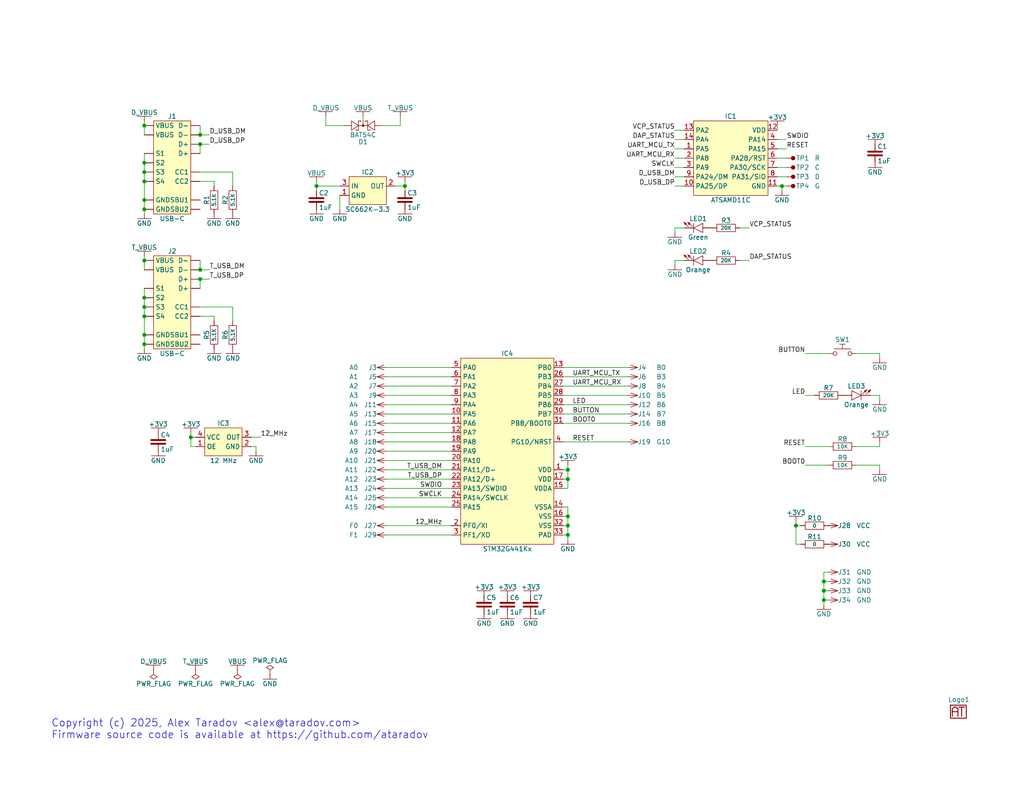
<source format=kicad_sch>
(kicad_sch (version 20250114) (generator "eeschema") (generator_version "9.0")
  (paper "USLetter")
  (title_block (date "2025-10-13") (rev "1"))
  (lib_symbols
    (symbol "ataradov_conn:Conn-Single" (pin_numbers (hide yes)) (pin_names (hide yes))
      (property "Reference" "J?" (at 2.54 0 0))
      (property "Value" "Conn-Single" (at 7.62 0 0))
      (symbol "Conn-Single_0_1"
        (polyline (pts (xy 2.54 0) (xy 0.635 0.635)))
        (polyline (pts (xy 2.54 0) (xy 0.635 -0.635)))
      )
      (symbol "Conn-Single_1_1"
        (pin passive line (at 0 0 0) (length 2.54) (name "1") (number "1"))
      )
    )
    (symbol "ataradov_conn:USB-C" (pin_numbers (hide yes))
      (property "Reference" "J?" (at 0 12.7 0))
      (property "Value" "USB-C" (at 0 -15.24 0))
      (symbol "USB-C_0_1"
        (rectangle (start -5.08 11.43) (end 5.08 -13.97) (fill (type background)))
      )
      (symbol "USB-C_1_1"
        (pin passive line (at -7.62 10.16 0) (length 2.54) (name "VBUS") (number "VBUS1"))
        (pin passive line (at -7.62 7.62 0) (length 2.54) (name "VBUS") (number "VBUS2"))
        (pin passive line (at -7.62 2.54 0) (length 2.54) (name "S1") (number "S1"))
        (pin passive line (at -7.62 0 0) (length 2.54) (name "S2") (number "S2"))
        (pin passive line (at -7.62 -2.54 0) (length 2.54) (name "S3") (number "S3"))
        (pin passive line (at -7.62 -5.08 0) (length 2.54) (name "S4") (number "S4"))
        (pin passive line (at -7.62 -10.16 0) (length 2.54) (name "GND") (number "GND1"))
        (pin passive line (at -7.62 -12.7 0) (length 2.54) (name "GND") (number "GND2"))
        (pin bidirectional line (at 7.62 10.16 180) (length 2.54) (name "D-") (number "D-1"))
        (pin bidirectional line (at 7.62 7.62 180) (length 2.54) (name "D-") (number "D-2"))
        (pin bidirectional line (at 7.62 5.08 180) (length 2.54) (name "D+") (number "D+1"))
        (pin bidirectional line (at 7.62 2.54 180) (length 2.54) (name "D+") (number "D+2"))
        (pin bidirectional line (at 7.62 -2.54 180) (length 2.54) (name "CC1") (number "CC1"))
        (pin bidirectional line (at 7.62 -5.08 180) (length 2.54) (name "CC2") (number "CC2"))
        (pin bidirectional line (at 7.62 -10.16 180) (length 2.54) (name "SBU1") (number "SBU1"))
        (pin bidirectional line (at 7.62 -12.7 180) (length 2.54) (name "SBU2") (number "SBU2"))
      )
    )
    (symbol "ataradov_crystal:DSC61XX-MHz"
      (property "Reference" "IC?" (at 0 3.81 0))
      (property "Value" "DSC61XX-MHz" (at 0 -6.35 0))
      (symbol "DSC61XX-MHz_0_1"
        (rectangle (start -5.08 2.54) (end 5.08 -5.08) (fill (type background)))
      )
      (symbol "DSC61XX-MHz_1_1"
        (pin power_in line (at -7.62 0 0) (length 2.54) (name "VCC") (number "4"))
        (pin passive line (at -7.62 -2.54 0) (length 2.54) (name "OE") (number "1"))
        (pin output line (at 7.62 0 180) (length 2.54) (name "OUT") (number "3"))
        (pin power_in line (at 7.62 -2.54 180) (length 2.54) (name "GND") (number "2"))
      )
    )
    (symbol "ataradov_led:LED" (pin_numbers (hide yes)) (pin_names (offset 1.016) (hide yes))
      (property "Reference" "LED" (at 0 2.54 0))
      (property "Value" "LED" (at 0 -2.54 0))
      (symbol "LED_0_1"
        (polyline (pts (xy -1.27 1.27) (xy -1.27 -1.27) (xy 1.27 0) (xy -1.27 1.27)))
        (polyline (pts (xy 1.27 1.27) (xy 1.27 -1.27)))
        (polyline (pts (xy 1.6256 0.3556) (xy 2.794 1.524) (xy 2.1336 1.2192) (xy 2.794 1.524) (xy 2.4892 0.8636)))
        (polyline (pts (xy 2.1336 1.2192) (xy 2.4892 0.8636)))
        (polyline (pts (xy 2.6924 0.3556) (xy 3.8608 1.524) (xy 3.2004 1.2192) (xy 3.8608 1.524) (xy 3.556 0.8636)))
        (polyline (pts (xy 2.794 1.524) (xy 2.2352 1.1684)))
        (polyline (pts (xy 2.794 1.524) (xy 2.4384 0.9652)))
        (polyline (pts (xy 3.2004 1.2192) (xy 3.556 0.8636)))
        (polyline (pts (xy 3.8608 1.524) (xy 3.302 1.1684)))
        (polyline (pts (xy 3.8608 1.524) (xy 3.4544 0.9652)))
      )
      (symbol "LED_1_1"
        (pin passive line (at -3.81 0 0) (length 2.54) (name "A") (number "1"))
        (pin passive line (at 3.81 0 180) (length 2.54) (name "K") (number "2"))
      )
    )
    (symbol "ataradov_mcu:ATSAMD11C"
      (property "Reference" "IC?" (at 0 11.43 0))
      (property "Value" "ATSAMD11C" (at 0 -11.43 0))
      (symbol "ATSAMD11C_0_1"
        (rectangle (start -10.16 10.16) (end 10.16 -10.16) (fill (type background)))
      )
      (symbol "ATSAMD11C_1_1"
        (pin bidirectional line (at -12.7 7.62 0) (length 2.54) (name "PA2") (number "13"))
        (pin bidirectional line (at -12.7 5.08 0) (length 2.54) (name "PA4") (number "14"))
        (pin bidirectional line (at -12.7 2.54 0) (length 2.54) (name "PA5") (number "1"))
        (pin bidirectional line (at -12.7 0 0) (length 2.54) (name "PA8") (number "2"))
        (pin bidirectional line (at -12.7 -2.54 0) (length 2.54) (name "PA9") (number "3"))
        (pin bidirectional line (at -12.7 -5.08 0) (length 2.54) (name "PA24/DM") (number "9"))
        (pin bidirectional line (at -12.7 -7.62 0) (length 2.54) (name "PA25/DP") (number "10"))
        (pin power_in line (at 12.7 7.62 180) (length 2.54) (name "VDD") (number "12"))
        (pin bidirectional line (at 12.7 5.08 180) (length 2.54) (name "PA14") (number "4"))
        (pin bidirectional line (at 12.7 2.54 180) (length 2.54) (name "PA15") (number "5"))
        (pin bidirectional line (at 12.7 0 180) (length 2.54) (name "PA28/RST") (number "6"))
        (pin bidirectional line (at 12.7 -2.54 180) (length 2.54) (name "PA30/SCK") (number "7"))
        (pin bidirectional line (at 12.7 -5.08 180) (length 2.54) (name "PA31/SIO") (number "8"))
        (pin power_in line (at 12.7 -7.62 180) (length 2.54) (name "GND") (number "11"))
      )
    )
    (symbol "ataradov_mcu:STM32G441Kx"
      (property "Reference" "IC" (at 0 26.67 0))
      (property "Value" "STM32G441Kx" (at 0 -26.67 0))
      (symbol "STM32G441Kx_0_1"
        (rectangle (start -12.7 25.4) (end 12.7 -25.4) (fill (type background)))
      )
      (symbol "STM32G441Kx_1_1"
        (pin bidirectional line (at -15.24 22.86 0) (length 2.54) (name "PA0") (number "5"))
        (pin bidirectional line (at -15.24 20.32 0) (length 2.54) (name "PA1") (number "6"))
        (pin bidirectional line (at -15.24 17.78 0) (length 2.54) (name "PA2") (number "7"))
        (pin bidirectional line (at -15.24 15.24 0) (length 2.54) (name "PA3") (number "8"))
        (pin bidirectional line (at -15.24 12.7 0) (length 2.54) (name "PA4") (number "9"))
        (pin bidirectional line (at -15.24 10.16 0) (length 2.54) (name "PA5") (number "10"))
        (pin bidirectional line (at -15.24 7.62 0) (length 2.54) (name "PA6") (number "11"))
        (pin bidirectional line (at -15.24 5.08 0) (length 2.54) (name "PA7") (number "12"))
        (pin bidirectional line (at -15.24 2.54 0) (length 2.54) (name "PA8") (number "18"))
        (pin bidirectional line (at -15.24 0 0) (length 2.54) (name "PA9") (number "19"))
        (pin bidirectional line (at -15.24 -2.54 0) (length 2.54) (name "PA10") (number "20"))
        (pin bidirectional line (at -15.24 -5.08 0) (length 2.54) (name "PA11/D-") (number "21"))
        (pin bidirectional line (at -15.24 -7.62 0) (length 2.54) (name "PA12/D+") (number "22"))
        (pin bidirectional line (at -15.24 -10.16 0) (length 2.54) (name "PA13/SWDIO") (number "23"))
        (pin bidirectional line (at -15.24 -12.7 0) (length 2.54) (name "PA14/SWCLK") (number "24"))
        (pin bidirectional line (at -15.24 -15.24 0) (length 2.54) (name "PA15") (number "25"))
        (pin bidirectional line (at -15.24 -20.32 0) (length 2.54) (name "PF0/XI") (number "2"))
        (pin bidirectional line (at -15.24 -22.86 0) (length 2.54) (name "PF1/XO") (number "3"))
        (pin bidirectional line (at 15.24 22.86 180) (length 2.54) (name "PB0") (number "13"))
        (pin bidirectional line (at 15.24 20.32 180) (length 2.54) (name "PB3") (number "26"))
        (pin bidirectional line (at 15.24 17.78 180) (length 2.54) (name "PB4") (number "27"))
        (pin bidirectional line (at 15.24 15.24 180) (length 2.54) (name "PB5") (number "28"))
        (pin bidirectional line (at 15.24 12.7 180) (length 2.54) (name "PB6") (number "29"))
        (pin bidirectional line (at 15.24 10.16 180) (length 2.54) (name "PB7") (number "30"))
        (pin bidirectional line (at 15.24 7.62 180) (length 2.54) (name "PB8/BOOT0") (number "31"))
        (pin bidirectional line (at 15.24 2.54 180) (length 2.54) (name "PG10/NRST") (number "4"))
        (pin power_in line (at 15.24 -5.08 180) (length 2.54) (name "VDD") (number "1"))
        (pin power_in line (at 15.24 -7.62 180) (length 2.54) (name "VDD") (number "17"))
        (pin power_in line (at 15.24 -10.16 180) (length 2.54) (name "VDDA") (number "15"))
        (pin power_in line (at 15.24 -15.24 180) (length 2.54) (name "VSSA") (number "14"))
        (pin power_in line (at 15.24 -17.78 180) (length 2.54) (name "VSS") (number "16"))
        (pin power_in line (at 15.24 -20.32 180) (length 2.54) (name "VSS") (number "32"))
        (pin power_in line (at 15.24 -22.86 180) (length 2.54) (name "PAD") (number "33"))
      )
    )
    (symbol "ataradov_misc:Logo" (pin_numbers (hide yes)) (pin_names (offset 0) (hide yes))
      (property "Reference" "Logo?" (at 0 3.302 0))
      (symbol "Logo_0_1"
        (rectangle (start -2.286 1.778) (end 2.032 -1.778) (stroke (width 0.254)))
        (polyline (pts (xy -1.778 0.762) (xy -1.778 -1.27)) (stroke (width 0.254)))
        (polyline (pts (xy -1.778 0.762) (xy -1.27 1.27)) (stroke (width 0.254)))
        (polyline (pts (xy -1.778 0) (xy -0.254 0)) (stroke (width 0.254)))
        (polyline (pts (xy -1.27 1.27) (xy -0.762 1.27)) (stroke (width 0.254)))
        (polyline (pts (xy -0.254 0.762) (xy -0.762 1.27)) (stroke (width 0.254)))
        (polyline (pts (xy -0.254 0.762) (xy -0.254 -1.27)) (stroke (width 0.254)))
        (polyline (pts (xy 0 1.27) (xy 1.524 1.27)) (stroke (width 0.254)))
        (polyline (pts (xy 0.762 1.27) (xy 0.762 -1.27)) (stroke (width 0.254)))
      )
    )
    (symbol "ataradov_misc:TestPoint" (pin_numbers (hide yes)) (pin_names (hide yes))
      (property "Reference" "TP?" (at 2.54 0 0))
      (property "Value" "TestPoint" (at 7.62 0 0))
      (symbol "TestPoint_0_1"
        (circle (center 1.778 0) (radius 0.508) (fill (type outline)))
      )
      (symbol "TestPoint_1_1"
        (pin passive line (at 0 0 0) (length 1.78) (name "1") (number "1"))
      )
    )
    (symbol "ataradov_pwr:+3V3" (power) (pin_names (offset 0))
      (property "Value" "+3V3" (at 0 2.286 0))
      (symbol "+3V3_0_1"
        (polyline (pts (xy -1.905 1.27) (xy 0 1.27)))
        (polyline (pts (xy 0 1.27) (xy 1.905 1.27)))
        (polyline (pts (xy 0 0) (xy 0 1.27)))
      )
      (symbol "+3V3_1_1"
        (pin power_in line (at 0 0 90) (length 0) (hide yes) (name "+3V3") (number "1"))
      )
    )
    (symbol "ataradov_pwr:GND" (power) (pin_names (offset 0))
      (property "Value" "GND" (at 0 -2.54 0))
      (symbol "GND_0_1"
        (polyline (pts (xy -1.905 -1.27) (xy 1.905 -1.27)))
        (polyline (pts (xy 0 0) (xy 0 -1.27)))
      )
      (symbol "GND_1_1"
        (pin power_in line (at 0 0 270) (length 0) (hide yes) (name "GND") (number "1"))
      )
    )
    (symbol "ataradov_pwr:VBUS" (power) (pin_names (offset 0))
      (property "Value" "VBUS" (at 0 2.286 0))
      (symbol "VBUS_0_1"
        (polyline (pts (xy -1.905 1.27) (xy 0 1.27)))
        (polyline (pts (xy 0 1.27) (xy 1.905 1.27)))
        (polyline (pts (xy 0 0) (xy 0 1.27)))
      )
      (symbol "VBUS_1_1"
        (pin power_in line (at 0 0 90) (length 0) (hide yes) (name "VBUS") (number "1"))
      )
    )
    (symbol "ataradov_rlc:C" (pin_numbers (hide yes)) (pin_names (hide yes))
      (property "Reference" "C?" (at 0.635 1.905 0))
      (property "Value" "C" (at 0.635 -2.032 0))
      (symbol "C_0_1"
        (polyline (pts (xy -1.905 0.508) (xy 1.905 0.508)) (stroke (width 0.5)))
        (polyline (pts (xy -1.905 -0.508) (xy 1.905 -0.508)) (stroke (width 0.5)))
      )
      (symbol "C_1_1"
        (pin passive line (at 0 2.54 270) (length 1.905) (name "2") (number "2"))
        (pin passive line (at 0 -2.54 90) (length 1.905) (name "1") (number "1"))
      )
    )
    (symbol "ataradov_rlc:R" (pin_numbers (hide yes)) (pin_names (hide yes))
      (property "Reference" "R" (at 0 2.032 0))
      (property "Value" "R" (at 0 0 0))
      (symbol "R_0_1"
        (rectangle (start -2.54 1.016) (end 2.54 -1.016))
      )
      (symbol "R_1_1"
        (pin passive line (at -3.81 0 0) (length 1.27) (name "1") (number "1"))
        (pin passive line (at 3.81 0 180) (length 1.27) (name "2") (number "2"))
      )
    )
    (symbol "ataradov_semi:BAT54C" (pin_numbers (hide yes)) (pin_names (offset 1.016))
      (property "Reference" "D?" (at 0 4.445 0))
      (property "Value" "BAT54C" (at 0 2.54 0))
      (symbol "BAT54C_0_1"
        (polyline (pts (xy -3.175 -1.27) (xy -3.175 1.27) (xy -1.27 0) (xy -3.175 -1.27)))
        (polyline (pts (xy -1.905 1.27) (xy -1.905 1.016)))
        (polyline (pts (xy -1.27 1.27) (xy -1.905 1.27)))
        (polyline (pts (xy -1.27 1.27) (xy -1.27 -1.27)))
        (polyline (pts (xy -1.27 0) (xy 1.27 0)))
        (polyline (pts (xy -1.27 -1.27) (xy -0.635 -1.27)))
        (polyline (pts (xy -0.635 -1.27) (xy -0.635 -1.016)))
        (circle (center 0 0) (radius 0.254) (fill (type outline)))
        (polyline (pts (xy 0.635 -1.27) (xy 0.635 -1.016)))
        (polyline (pts (xy 1.27 1.27) (xy 1.27 -1.27)))
        (polyline (pts (xy 1.27 1.27) (xy 1.905 1.27)))
        (polyline (pts (xy 1.27 -1.27) (xy 0.635 -1.27)))
        (polyline (pts (xy 1.905 1.27) (xy 1.905 1.016)))
        (polyline (pts (xy 3.175 -1.27) (xy 3.175 1.27) (xy 1.27 0) (xy 3.175 -1.27)))
      )
      (symbol "BAT54C_1_1"
        (pin passive line (at -5.08 0 0) (length 1.905) (name "~") (number "1"))
        (pin passive line (at 0 -1.27 90) (length 1.27) (name "~") (number "3"))
        (pin passive line (at 5.08 0 180) (length 1.905) (name "~") (number "2"))
      )
    )
    (symbol "ataradov_switch:TactSwitch" (pin_numbers (hide yes)) (pin_names (hide yes))
      (property "Reference" "SW?" (at 0 3.81 0))
      (symbol "TactSwitch_0_1"
        (polyline (pts (xy -2.286 1.27) (xy 2.286 1.27)))
        (circle (center -2.032 0) (radius 0.508))
        (polyline (pts (xy -1.016 2.54) (xy -1.016 2.54)))
        (polyline (pts (xy -0.762 2.54) (xy 0.762 2.54)))
        (polyline (pts (xy 0 2.54) (xy 0 1.27)))
        (circle (center 2.032 0) (radius 0.508))
      )
      (symbol "TactSwitch_1_1"
        (pin passive line (at -3.81 0 0) (length 1.27) (name "1") (number "1"))
        (pin passive line (at 3.81 0 180) (length 1.27) (name "2") (number "2"))
      )
    )
    (symbol "ataradov_vreg:SC662K"
      (property "Reference" "IC" (at 0 6.35 0))
      (property "Value" "SC662K" (at 0 -3.81 0))
      (symbol "SC662K_0_1"
        (rectangle (start -5.08 5.08) (end 5.08 -2.54) (fill (type background)))
      )
      (symbol "SC662K_1_1"
        (pin power_in line (at -7.62 2.54 0) (length 2.54) (name "IN") (number "3"))
        (pin power_in line (at -7.62 0 0) (length 2.54) (name "GND") (number "1"))
        (pin power_out line (at 7.62 2.54 180) (length 2.54) (name "OUT") (number "2"))
      )
    )
    (symbol "power:PWR_FLAG" (power) (pin_numbers (hide yes)) (pin_names (offset 0) (hide yes))
      (property "Value" "PWR_FLAG" (at 0 3.81 0))
      (symbol "PWR_FLAG_0_0"
        (pin power_out line (at 0 0 90) (length 0) (name "~") (number "1"))
      )
      (symbol "PWR_FLAG_0_1"
        (polyline (pts (xy 0 0) (xy 0 1.27) (xy -1.016 1.905) (xy 0 2.54) (xy 1.016 1.905) (xy 0 1.27)))
      )
    )
  )
  (text "Copyright (c) 2025, Alex Taradov <alex@taradov.com>\nFirmware source code is available at https://github.com/ataradov" (at 13.97 201.93 0) (effects (font (size 2 2)) (justify left bottom)))
  (junction (at 52.07 119.38))
  (junction (at 154.94 140.97))
  (junction (at 39.37 71.12))
  (junction (at 224.79 163.83))
  (junction (at 39.37 34.29))
  (junction (at 39.37 46.99))
  (junction (at 224.79 158.75))
  (junction (at 39.37 54.61))
  (junction (at 39.37 57.15))
  (junction (at 224.79 161.29))
  (junction (at 39.37 83.82))
  (junction (at 54.61 73.66))
  (junction (at 54.61 76.2))
  (junction (at 54.61 39.37))
  (junction (at 110.49 50.8))
  (junction (at 39.37 91.44))
  (junction (at 86.36 50.8))
  (junction (at 39.37 49.53))
  (junction (at 39.37 93.98))
  (junction (at 39.37 81.28))
  (junction (at 39.37 44.45))
  (junction (at 213.36 50.8))
  (junction (at 54.61 36.83))
  (junction (at 154.94 146.05))
  (junction (at 217.17 143.51))
  (junction (at 39.37 86.36))
  (junction (at 154.94 130.81))
  (junction (at 154.94 128.27))
  (junction (at 154.94 143.51))
  (wire (pts (xy 86.36 52.07) (xy 86.36 50.8)))
  (wire (pts (xy 109.22 34.29) (xy 109.22 31.75)))
  (wire (pts (xy 212.09 40.64) (xy 214.63 40.64)))
  (wire (pts (xy 217.17 143.51) (xy 217.17 148.59)))
  (wire (pts (xy 224.79 156.21) (xy 224.79 158.75)))
  (wire (pts (xy 54.61 73.66) (xy 57.15 73.66)))
  (wire (pts (xy 104.14 34.29) (xy 109.22 34.29)))
  (wire (pts (xy 52.07 121.92) (xy 53.34 121.92)))
  (wire (pts (xy 52.07 119.38) (xy 53.34 119.38)))
  (wire (pts (xy 212.09 34.29) (xy 212.09 35.56)))
  (wire (pts (xy 105.41 107.95) (xy 123.19 107.95)))
  (wire (pts (xy 105.41 146.05) (xy 123.19 146.05)))
  (wire (pts (xy 93.98 34.29) (xy 88.9 34.29)))
  (wire (pts (xy 105.41 125.73) (xy 123.19 125.73)))
  (wire (pts (xy 39.37 44.45) (xy 39.37 46.99)))
  (wire (pts (xy 88.9 31.75) (xy 88.9 34.29)))
  (wire (pts (xy 217.17 143.51) (xy 218.44 143.51)))
  (wire (pts (xy 54.61 34.29) (xy 54.61 36.83)))
  (wire (pts (xy 153.67 133.35) (xy 154.94 133.35)))
  (wire (pts (xy 39.37 81.28) (xy 39.37 83.82)))
  (wire (pts (xy 68.58 119.38) (xy 71.12 119.38)))
  (wire (pts (xy 39.37 83.82) (xy 39.37 86.36)))
  (wire (pts (xy 105.41 135.89) (xy 123.19 135.89)))
  (wire (pts (xy 39.37 54.61) (xy 39.37 57.15)))
  (wire (pts (xy 54.61 83.82) (xy 63.5 83.82)))
  (wire (pts (xy 226.06 156.21) (xy 224.79 156.21)))
  (wire (pts (xy 201.93 71.12) (xy 204.47 71.12)))
  (wire (pts (xy 153.67 100.33) (xy 171.45 100.33)))
  (wire (pts (xy 240.03 109.22) (xy 240.03 107.95)))
  (wire (pts (xy 54.61 39.37) (xy 57.15 39.37)))
  (wire (pts (xy 154.94 138.43) (xy 154.94 140.97)))
  (wire (pts (xy 224.79 161.29) (xy 224.79 163.83)))
  (wire (pts (xy 184.15 35.56) (xy 186.69 35.56)))
  (wire (pts (xy 86.36 50.8) (xy 92.71 50.8)))
  (wire (pts (xy 226.06 127) (xy 219.71 127)))
  (wire (pts (xy 226.06 121.92) (xy 219.71 121.92)))
  (wire (pts (xy 153.67 146.05) (xy 154.94 146.05)))
  (wire (pts (xy 153.67 113.03) (xy 171.45 113.03)))
  (wire (pts (xy 39.37 93.98) (xy 39.37 95.25)))
  (wire (pts (xy 213.36 50.8) (xy 214.63 50.8)))
  (wire (pts (xy 153.67 143.51) (xy 154.94 143.51)))
  (wire (pts (xy 105.41 138.43) (xy 123.19 138.43)))
  (wire (pts (xy 58.42 49.53) (xy 58.42 50.8)))
  (wire (pts (xy 92.71 53.34) (xy 92.71 57.15)))
  (wire (pts (xy 68.58 121.92) (xy 69.85 121.92)))
  (wire (pts (xy 154.94 146.05) (xy 154.94 147.32)))
  (wire (pts (xy 153.67 102.87) (xy 171.45 102.87)))
  (wire (pts (xy 212.09 43.18) (xy 214.63 43.18)))
  (wire (pts (xy 184.15 43.18) (xy 186.69 43.18)))
  (wire (pts (xy 105.41 113.03) (xy 123.19 113.03)))
  (wire (pts (xy 105.41 143.51) (xy 123.19 143.51)))
  (wire (pts (xy 105.41 115.57) (xy 123.19 115.57)))
  (wire (pts (xy 107.95 50.8) (xy 110.49 50.8)))
  (wire (pts (xy 153.67 115.57) (xy 171.45 115.57)))
  (wire (pts (xy 154.94 130.81) (xy 154.94 133.35)))
  (wire (pts (xy 58.42 86.36) (xy 58.42 87.63)))
  (wire (pts (xy 154.94 128.27) (xy 154.94 127)))
  (wire (pts (xy 105.41 130.81) (xy 123.19 130.81)))
  (wire (pts (xy 105.41 123.19) (xy 123.19 123.19)))
  (wire (pts (xy 105.41 133.35) (xy 123.19 133.35)))
  (wire (pts (xy 154.94 143.51) (xy 154.94 146.05)))
  (wire (pts (xy 99.06 31.75) (xy 99.06 33.02)))
  (wire (pts (xy 153.67 130.81) (xy 154.94 130.81)))
  (wire (pts (xy 240.03 120.65) (xy 240.03 121.92)))
  (wire (pts (xy 217.17 142.24) (xy 217.17 143.51)))
  (wire (pts (xy 105.41 100.33) (xy 123.19 100.33)))
  (wire (pts (xy 153.67 120.65) (xy 171.45 120.65)))
  (wire (pts (xy 184.15 62.23) (xy 186.69 62.23)))
  (wire (pts (xy 39.37 91.44) (xy 39.37 93.98)))
  (wire (pts (xy 105.41 102.87) (xy 123.19 102.87)))
  (wire (pts (xy 110.49 52.07) (xy 110.49 50.8)))
  (wire (pts (xy 224.79 163.83) (xy 224.79 165.1)))
  (wire (pts (xy 105.41 110.49) (xy 123.19 110.49)))
  (wire (pts (xy 153.67 140.97) (xy 154.94 140.97)))
  (wire (pts (xy 212.09 48.26) (xy 214.63 48.26)))
  (wire (pts (xy 54.61 46.99) (xy 63.5 46.99)))
  (wire (pts (xy 184.15 45.72) (xy 186.69 45.72)))
  (wire (pts (xy 63.5 83.82) (xy 63.5 87.63)))
  (wire (pts (xy 63.5 46.99) (xy 63.5 50.8)))
  (wire (pts (xy 240.03 121.92) (xy 233.68 121.92)))
  (wire (pts (xy 201.93 62.23) (xy 204.47 62.23)))
  (wire (pts (xy 219.71 96.52) (xy 226.06 96.52)))
  (wire (pts (xy 153.67 138.43) (xy 154.94 138.43)))
  (wire (pts (xy 153.67 110.49) (xy 171.45 110.49)))
  (wire (pts (xy 154.94 140.97) (xy 154.94 143.51)))
  (wire (pts (xy 39.37 78.74) (xy 39.37 81.28)))
  (wire (pts (xy 213.36 50.8) (xy 213.36 52.07)))
  (wire (pts (xy 224.79 158.75) (xy 226.06 158.75)))
  (wire (pts (xy 54.61 36.83) (xy 57.15 36.83)))
  (wire (pts (xy 184.15 63.5) (xy 184.15 62.23)))
  (wire (pts (xy 54.61 86.36) (xy 58.42 86.36)))
  (wire (pts (xy 86.36 49.53) (xy 86.36 50.8)))
  (wire (pts (xy 39.37 57.15) (xy 39.37 58.42)))
  (wire (pts (xy 69.85 121.92) (xy 69.85 123.19)))
  (wire (pts (xy 240.03 96.52) (xy 240.03 97.79)))
  (wire (pts (xy 212.09 50.8) (xy 213.36 50.8)))
  (wire (pts (xy 184.15 48.26) (xy 186.69 48.26)))
  (wire (pts (xy 184.15 40.64) (xy 186.69 40.64)))
  (wire (pts (xy 240.03 127) (xy 240.03 128.27)))
  (wire (pts (xy 54.61 76.2) (xy 54.61 78.74)))
  (wire (pts (xy 184.15 72.39) (xy 184.15 71.12)))
  (wire (pts (xy 39.37 34.29) (xy 39.37 36.83)))
  (wire (pts (xy 233.68 127) (xy 240.03 127)))
  (wire (pts (xy 105.41 105.41) (xy 123.19 105.41)))
  (wire (pts (xy 154.94 130.81) (xy 154.94 128.27)))
  (wire (pts (xy 240.03 107.95) (xy 237.49 107.95)))
  (wire (pts (xy 54.61 39.37) (xy 54.61 41.91)))
  (wire (pts (xy 39.37 71.12) (xy 39.37 73.66)))
  (wire (pts (xy 39.37 86.36) (xy 39.37 91.44)))
  (wire (pts (xy 52.07 119.38) (xy 52.07 121.92)))
  (wire (pts (xy 39.37 46.99) (xy 39.37 49.53)))
  (wire (pts (xy 212.09 45.72) (xy 214.63 45.72)))
  (wire (pts (xy 52.07 118.11) (xy 52.07 119.38)))
  (wire (pts (xy 233.68 96.52) (xy 240.03 96.52)))
  (wire (pts (xy 54.61 76.2) (xy 57.15 76.2)))
  (wire (pts (xy 110.49 49.53) (xy 110.49 50.8)))
  (wire (pts (xy 224.79 163.83) (xy 226.06 163.83)))
  (wire (pts (xy 54.61 49.53) (xy 58.42 49.53)))
  (wire (pts (xy 222.25 107.95) (xy 219.71 107.95)))
  (wire (pts (xy 39.37 49.53) (xy 39.37 54.61)))
  (wire (pts (xy 153.67 128.27) (xy 154.94 128.27)))
  (wire (pts (xy 153.67 105.41) (xy 171.45 105.41)))
  (wire (pts (xy 105.41 118.11) (xy 123.19 118.11)))
  (wire (pts (xy 217.17 148.59) (xy 218.44 148.59)))
  (wire (pts (xy 224.79 158.75) (xy 224.79 161.29)))
  (wire (pts (xy 105.41 128.27) (xy 123.19 128.27)))
  (wire (pts (xy 184.15 71.12) (xy 186.69 71.12)))
  (wire (pts (xy 39.37 41.91) (xy 39.37 44.45)))
  (wire (pts (xy 153.67 107.95) (xy 171.45 107.95)))
  (wire (pts (xy 184.15 38.1) (xy 186.69 38.1)))
  (wire (pts (xy 224.79 161.29) (xy 226.06 161.29)))
  (wire (pts (xy 39.37 33.02) (xy 39.37 34.29)))
  (wire (pts (xy 39.37 69.85) (xy 39.37 71.12)))
  (wire (pts (xy 105.41 120.65) (xy 123.19 120.65)))
  (wire (pts (xy 184.15 50.8) (xy 186.69 50.8)))
  (wire (pts (xy 212.09 38.1) (xy 214.63 38.1)))
  (wire (pts (xy 54.61 71.12) (xy 54.61 73.66)))
  (label "12_MHz" (at 71.12 119.38 0))
  (label "DAP_STATUS" (at 184.15 38.1 180))
  (label "BOOT0" (at 219.71 127 180))
  (label "D_USB_DP" (at 57.15 39.37 0))
  (label "D_USB_DP" (at 184.15 50.8 180))
  (label "BUTTON" (at 156.21 113.03 0))
  (label "RESET" (at 219.71 121.92 180))
  (label "D_USB_DM" (at 57.15 36.83 0))
  (label "RESET" (at 156.21 120.65 0))
  (label "BOOT0" (at 156.21 115.57 0))
  (label "SWCLK" (at 120.65 135.89 180))
  (label "SWDIO" (at 120.65 133.35 180))
  (label "RESET" (at 214.63 40.64 0))
  (label "T_USB_DM" (at 120.65 128.27 180))
  (label "UART_MCU_RX" (at 184.15 43.18 180))
  (label "UART_MCU_TX" (at 156.21 102.87 0))
  (label "T_USB_DM" (at 57.15 73.66 0))
  (label "BUTTON" (at 219.71 96.52 180))
  (label "T_USB_DP" (at 120.65 130.81 180))
  (label "LED" (at 219.71 107.95 180))
  (label "SWDIO" (at 214.63 38.1 0))
  (label "SWCLK" (at 184.15 45.72 180))
  (label "12_MHz" (at 120.65 143.51 180))
  (label "DAP_STATUS" (at 204.47 71.12 0))
  (label "LED" (at 156.21 110.49 0))
  (label "D_USB_DM" (at 184.15 48.26 180))
  (label "T_USB_DP" (at 57.15 76.2 0))
  (label "UART_MCU_RX" (at 156.21 105.41 0))
  (label "VCP_STATUS" (at 204.47 62.23 0))
  (label "UART_MCU_TX" (at 184.15 40.64 180))
  (label "VCP_STATUS" (at 184.15 35.56 180))
  (symbol (lib_id "ataradov_rlc:C") (at 110.49 54.61 0) (unit 1)
    (property "Reference" "C3" (at 111.125 52.705 0) (effects (justify left)))
    (property "Value" "1uF" (at 111.125 56.642 0) (effects (justify left)))
    (property "Footprint" "ataradov_smd:0603" (effects (hide yes)))
  )
  (symbol (lib_id "ataradov_pwr:GND") (at 240.03 97.79 0) (mirror y) (unit 1)
    (property "Reference" "#PWR023" (effects (hide yes)))
    (property "Value" "GND" (at 240.03 100.33 0))
  )
  (symbol (lib_id "ataradov_pwr:GND") (at 184.15 63.5 0) (unit 1)
    (property "Reference" "#PWR017" (effects (hide yes)))
    (property "Value" "GND" (at 184.15 66.04 0))
  )
  (symbol (lib_id "ataradov_rlc:C") (at 238.76 41.91 0) (unit 1)
    (property "Reference" "C1" (at 239.395 40.005 0) (effects (justify left)))
    (property "Value" "1uF" (at 239.395 43.942 0) (effects (justify left)))
    (property "Footprint" "ataradov_smd:0603" (effects (hide yes)))
  )
  (symbol (lib_id "ataradov_pwr:+3V3") (at 238.76 39.37 0) (unit 1)
    (property "Reference" "#PWR06" (effects (hide yes)))
    (property "Value" "+3V3" (at 238.76 37.084 0))
  )
  (symbol (lib_id "ataradov_conn:Conn-Single") (at 226.06 143.51 0) (mirror x) (unit 1)
    (property "Reference" "J28" (at 228.6 143.51 0) (effects (justify left)))
    (property "Value" "VCC" (at 233.68 143.51 0) (effects (justify left)))
    (property "Footprint" "ataradov_conn:Pin-2.54mm" (effects (hide yes)))
  )
  (symbol (lib_id "ataradov_rlc:R") (at 58.42 91.44 90) (unit 1)
    (property "Reference" "R5" (at 56.388 91.44 0))
    (property "Value" "5.1K" (at 58.42 91.44 0) (effects (font (size 1.016 1.016))))
    (property "Footprint" "ataradov_smd:0603" (effects (hide yes)))
  )
  (symbol (lib_id "ataradov_pwr:+3V3") (at 52.07 118.11 0) (unit 1)
    (property "Reference" "#PWR026" (effects (hide yes)))
    (property "Value" "+3V3" (at 52.07 115.824 0))
  )
  (symbol (lib_id "power:PWR_FLAG") (at 41.91 182.88 180) (unit 1)
    (property "Reference" "#FLG01" (effects (hide yes)))
    (property "Value" "PWR_FLAG" (at 41.91 186.69 0))
    (property "Description" "Special symbol for telling ERC where power comes from" (effects (hide yes)))
  )
  (symbol (lib_id "ataradov_conn:Conn-Single") (at 105.41 110.49 0) (mirror y) (unit 1)
    (property "Reference" "J11" (at 102.87 110.49 0) (effects (justify left)))
    (property "Value" "A4" (at 97.79 110.49 0) (effects (justify left)))
    (property "Footprint" "ataradov_conn:Pin-2.54mm" (effects (hide yes)))
  )
  (symbol (lib_id "ataradov_pwr:GND") (at 63.5 95.25 0) (unit 1)
    (property "Reference" "#PWR022" (effects (hide yes)))
    (property "Value" "GND" (at 63.5 97.79 0))
  )
  (symbol (lib_id "ataradov_conn:Conn-Single") (at 226.06 161.29 0) (mirror x) (unit 1)
    (property "Reference" "J33" (at 228.6 161.29 0) (effects (justify left)))
    (property "Value" "GND" (at 233.68 161.29 0) (effects (justify left)))
    (property "Footprint" "ataradov_conn:Pin-2.54mm" (effects (hide yes)))
  )
  (symbol (lib_id "ataradov_pwr:GND") (at 110.49 57.15 0) (unit 1)
    (property "Reference" "#PWR013" (effects (hide yes)))
    (property "Value" "GND" (at 110.49 59.69 0))
  )
  (symbol (lib_id "ataradov_pwr:+3V3") (at 154.94 127 0) (unit 1)
    (property "Reference" "#PWR030" (effects (hide yes)))
    (property "Value" "+3V3" (at 154.94 124.714 0))
  )
  (symbol (lib_id "ataradov_rlc:C") (at 144.78 165.1 0) (unit 1)
    (property "Reference" "C7" (at 145.415 163.195 0) (effects (justify left)))
    (property "Value" "1uF" (at 145.415 167.132 0) (effects (justify left)))
    (property "Footprint" "ataradov_smd:0603" (effects (hide yes)))
  )
  (symbol (lib_id "ataradov_pwr:GND") (at 63.5 58.42 0) (unit 1)
    (property "Reference" "#PWR016" (effects (hide yes)))
    (property "Value" "GND" (at 63.5 60.96 0))
  )
  (symbol (lib_id "ataradov_rlc:R") (at 222.25 148.59 0) (unit 1)
    (property "Reference" "R11" (at 222.25 146.558 0))
    (property "Value" "0" (at 222.25 148.59 0) (effects (font (size 1.016 1.016))))
    (property "Footprint" "ataradov_smd:0603" (effects (hide yes)))
  )
  (symbol (lib_id "ataradov_conn:Conn-Single") (at 171.45 113.03 0) (mirror x) (unit 1)
    (property "Reference" "J14" (at 173.99 113.03 0) (effects (justify left)))
    (property "Value" "B7" (at 179.07 113.03 0) (effects (justify left)))
    (property "Footprint" "ataradov_conn:Pin-2.54mm" (effects (hide yes)))
  )
  (symbol (lib_id "ataradov_mcu:STM32G441Kx") (at 138.43 123.19 0) (unit 1)
    (property "Reference" "IC4" (at 138.43 96.52 0))
    (property "Value" "STM32G441Kx" (at 138.43 149.86 0))
    (property "Footprint" "ataradov_ic:QFN-32-0.5mm" (effects (hide yes)))
  )
  (symbol (lib_id "ataradov_pwr:VBUS") (at 53.34 182.88 0) (unit 1)
    (property "Reference" "#PWR042" (effects (hide yes)))
    (property "Value" "T_VBUS" (at 53.34 180.594 0))
  )
  (symbol (lib_id "ataradov_conn:Conn-Single") (at 226.06 156.21 0) (mirror x) (unit 1)
    (property "Reference" "J31" (at 228.6 156.21 0) (effects (justify left)))
    (property "Value" "GND" (at 233.68 156.21 0) (effects (justify left)))
    (property "Footprint" "ataradov_conn:Pin-2.54mm" (effects (hide yes)))
  )
  (symbol (lib_id "ataradov_pwr:GND") (at 138.43 167.64 0) (unit 1)
    (property "Reference" "#PWR039" (effects (hide yes)))
    (property "Value" "GND" (at 138.43 170.18 0))
  )
  (symbol (lib_id "ataradov_conn:Conn-Single") (at 171.45 115.57 0) (mirror x) (unit 1)
    (property "Reference" "J16" (at 173.99 115.57 0) (effects (justify left)))
    (property "Value" "B8" (at 179.07 115.57 0) (effects (justify left)))
    (property "Footprint" "ataradov_conn:Pin-2.54mm" (effects (hide yes)))
  )
  (symbol (lib_id "ataradov_misc:TestPoint") (at 214.63 50.8 0) (unit 1)
    (property "Reference" "TP4" (at 217.17 50.8 0) (effects (justify left)))
    (property "Value" "G" (at 222.25 50.8 0) (effects (justify left)))
    (property "Footprint" "ataradov_misc:TestPoint-1.27mm-SMD" (effects (hide yes)))
  )
  (symbol (lib_id "ataradov_pwr:GND") (at 224.79 165.1 0) (unit 1)
    (property "Reference" "#PWR037" (effects (hide yes)))
    (property "Value" "GND" (at 224.79 167.64 0))
  )
  (symbol (lib_id "ataradov_rlc:R") (at 226.06 107.95 0) (mirror y) (unit 1)
    (property "Reference" "R7" (at 226.06 105.918 0))
    (property "Value" "20K" (at 226.06 107.95 0) (effects (font (size 1.016 1.016))))
    (property "Footprint" "ataradov_smd:0603" (effects (hide yes)))
  )
  (symbol (lib_id "ataradov_rlc:C") (at 132.08 165.1 0) (unit 1)
    (property "Reference" "C5" (at 132.715 163.195 0) (effects (justify left)))
    (property "Value" "1uF" (at 132.715 167.132 0) (effects (justify left)))
    (property "Footprint" "ataradov_smd:0603" (effects (hide yes)))
  )
  (symbol (lib_id "ataradov_pwr:GND") (at 240.03 128.27 0) (mirror y) (unit 1)
    (property "Reference" "#PWR031" (effects (hide yes)))
    (property "Value" "GND" (at 240.03 130.81 0))
  )
  (symbol (lib_id "ataradov_pwr:VBUS") (at 99.06 31.75 0) (unit 1)
    (property "Reference" "#PWR02" (effects (hide yes)))
    (property "Value" "VBUS" (at 99.06 29.464 0))
  )
  (symbol (lib_id "ataradov_switch:TactSwitch") (at 229.87 96.52 0) (mirror y) (unit 1)
    (property "Reference" "SW1" (at 229.87 92.71 0))
    (property "Value" "TactSwitch" (effects (hide yes)))
    (property "Footprint" "ataradov_switch:TactSwitch-6mm-Sqare-SMD" (effects (hide yes)))
  )
  (symbol (lib_id "ataradov_pwr:VBUS") (at 41.91 182.88 0) (unit 1)
    (property "Reference" "#PWR041" (effects (hide yes)))
    (property "Value" "D_VBUS" (at 41.91 180.594 0))
  )
  (symbol (lib_id "ataradov_pwr:GND") (at 184.15 72.39 0) (unit 1)
    (property "Reference" "#PWR019" (effects (hide yes)))
    (property "Value" "GND" (at 184.15 74.93 0))
  )
  (symbol (lib_id "ataradov_misc:TestPoint") (at 214.63 43.18 0) (unit 1)
    (property "Reference" "TP1" (at 217.17 43.18 0) (effects (justify left)))
    (property "Value" "R" (at 222.25 43.18 0) (effects (justify left)))
    (property "Footprint" "ataradov_misc:TestPoint-1.27mm-SMD" (effects (hide yes)))
  )
  (symbol (lib_id "ataradov_rlc:R") (at 229.87 121.92 0) (unit 1)
    (property "Reference" "R8" (at 229.87 119.888 0))
    (property "Value" "10K" (at 229.87 121.92 0) (effects (font (size 1.016 1.016))))
    (property "Footprint" "ataradov_smd:0603" (effects (hide yes)))
  )
  (symbol (lib_id "ataradov_conn:USB-C") (at 46.99 81.28 0) (unit 1)
    (property "Reference" "J2" (at 46.99 68.58 0))
    (property "Value" "USB-C" (at 46.99 96.52 0))
    (property "Footprint" "ataradov_conn:USB-C" (effects (hide yes)))
  )
  (symbol (lib_id "ataradov_rlc:R") (at 63.5 91.44 90) (unit 1)
    (property "Reference" "R6" (at 61.468 91.44 0))
    (property "Value" "5.1K" (at 63.5 91.44 0) (effects (font (size 1.016 1.016))))
    (property "Footprint" "ataradov_smd:0603" (effects (hide yes)))
  )
  (symbol (lib_id "ataradov_pwr:+3V3") (at 43.18 118.11 0) (unit 1)
    (property "Reference" "#PWR025" (effects (hide yes)))
    (property "Value" "+3V3" (at 43.18 115.824 0))
  )
  (symbol (lib_id "ataradov_conn:Conn-Single") (at 105.41 128.27 0) (mirror y) (unit 1)
    (property "Reference" "J22" (at 102.87 128.27 0) (effects (justify left)))
    (property "Value" "A11" (at 97.79 128.27 0) (effects (justify left)))
    (property "Footprint" "ataradov_conn:Pin-2.54mm" (effects (hide yes)))
  )
  (symbol (lib_id "ataradov_conn:Conn-Single") (at 105.41 125.73 0) (mirror y) (unit 1)
    (property "Reference" "J21" (at 102.87 125.73 0) (effects (justify left)))
    (property "Value" "A10" (at 97.79 125.73 0) (effects (justify left)))
    (property "Footprint" "ataradov_conn:Pin-2.54mm" (effects (hide yes)))
  )
  (symbol (lib_id "ataradov_conn:Conn-Single") (at 105.41 113.03 0) (mirror y) (unit 1)
    (property "Reference" "J13" (at 102.87 113.03 0) (effects (justify left)))
    (property "Value" "A5" (at 97.79 113.03 0) (effects (justify left)))
    (property "Footprint" "ataradov_conn:Pin-2.54mm" (effects (hide yes)))
  )
  (symbol (lib_id "ataradov_conn:Conn-Single") (at 171.45 107.95 0) (mirror x) (unit 1)
    (property "Reference" "J10" (at 173.99 107.95 0) (effects (justify left)))
    (property "Value" "B5" (at 179.07 107.95 0) (effects (justify left)))
    (property "Footprint" "ataradov_conn:Pin-2.54mm" (effects (hide yes)))
  )
  (symbol (lib_id "ataradov_conn:Conn-Single") (at 171.45 110.49 0) (mirror x) (unit 1)
    (property "Reference" "J12" (at 173.99 110.49 0) (effects (justify left)))
    (property "Value" "B6" (at 179.07 110.49 0) (effects (justify left)))
    (property "Footprint" "ataradov_conn:Pin-2.54mm" (effects (hide yes)))
  )
  (symbol (lib_id "ataradov_led:LED") (at 190.5 71.12 0) (mirror y) (unit 1)
    (property "Reference" "LED2" (at 190.5 68.58 0))
    (property "Value" "Orange" (at 190.5 73.66 0))
    (property "Footprint" "ataradov_smd:0603_LED" (effects (hide yes)))
  )
  (symbol (lib_id "ataradov_pwr:VBUS") (at 109.22 31.75 0) (unit 1)
    (property "Reference" "#PWR03" (effects (hide yes)))
    (property "Value" "T_VBUS" (at 109.22 29.464 0))
  )
  (symbol (lib_id "ataradov_conn:Conn-Single") (at 105.41 107.95 0) (mirror y) (unit 1)
    (property "Reference" "J9" (at 102.87 107.95 0) (effects (justify left)))
    (property "Value" "A3" (at 97.79 107.95 0) (effects (justify left)))
    (property "Footprint" "ataradov_conn:Pin-2.54mm" (effects (hide yes)))
  )
  (symbol (lib_id "ataradov_pwr:+3V3") (at 132.08 162.56 0) (unit 1)
    (property "Reference" "#PWR034" (effects (hide yes)))
    (property "Value" "+3V3" (at 132.08 160.274 0))
  )
  (symbol (lib_id "ataradov_pwr:GND") (at 144.78 167.64 0) (unit 1)
    (property "Reference" "#PWR040" (effects (hide yes)))
    (property "Value" "GND" (at 144.78 170.18 0))
  )
  (symbol (lib_id "ataradov_pwr:GND") (at 58.42 58.42 0) (unit 1)
    (property "Reference" "#PWR015" (effects (hide yes)))
    (property "Value" "GND" (at 58.42 60.96 0))
  )
  (symbol (lib_id "power:PWR_FLAG") (at 64.77 182.88 180) (unit 1)
    (property "Reference" "#FLG03" (effects (hide yes)))
    (property "Value" "PWR_FLAG" (at 64.77 186.69 0))
    (property "Description" "Special symbol for telling ERC where power comes from" (effects (hide yes)))
  )
  (symbol (lib_id "ataradov_conn:Conn-Single") (at 105.41 138.43 0) (mirror y) (unit 1)
    (property "Reference" "J26" (at 102.87 138.43 0) (effects (justify left)))
    (property "Value" "A15" (at 97.79 138.43 0) (effects (justify left)))
    (property "Footprint" "ataradov_conn:Pin-2.54mm" (effects (hide yes)))
  )
  (symbol (lib_id "ataradov_conn:Conn-Single") (at 171.45 102.87 0) (mirror x) (unit 1)
    (property "Reference" "J6" (at 173.99 102.87 0) (effects (justify left)))
    (property "Value" "B3" (at 179.07 102.87 0) (effects (justify left)))
    (property "Footprint" "ataradov_conn:Pin-2.54mm" (effects (hide yes)))
  )
  (symbol (lib_id "ataradov_pwr:+3V3") (at 110.49 49.53 0) (unit 1)
    (property "Reference" "#PWR09" (effects (hide yes)))
    (property "Value" "+3V3" (at 110.49 47.244 0))
  )
  (symbol (lib_id "ataradov_led:LED") (at 190.5 62.23 0) (mirror y) (unit 1)
    (property "Reference" "LED1" (at 190.5 59.69 0))
    (property "Value" "Green" (at 190.5 64.77 0))
    (property "Footprint" "ataradov_smd:0603_LED" (effects (hide yes)))
  )
  (symbol (lib_id "ataradov_conn:Conn-Single") (at 105.41 130.81 0) (mirror y) (unit 1)
    (property "Reference" "J23" (at 102.87 130.81 0) (effects (justify left)))
    (property "Value" "A12" (at 97.79 130.81 0) (effects (justify left)))
    (property "Footprint" "ataradov_conn:Pin-2.54mm" (effects (hide yes)))
  )
  (symbol (lib_id "ataradov_conn:Conn-Single") (at 226.06 163.83 0) (mirror x) (unit 1)
    (property "Reference" "J34" (at 228.6 163.83 0) (effects (justify left)))
    (property "Value" "GND" (at 233.68 163.83 0) (effects (justify left)))
    (property "Footprint" "ataradov_conn:Pin-2.54mm" (effects (hide yes)))
  )
  (symbol (lib_id "power:PWR_FLAG") (at 53.34 182.88 180) (unit 1)
    (property "Reference" "#FLG02" (effects (hide yes)))
    (property "Value" "PWR_FLAG" (at 53.34 186.69 0))
    (property "Description" "Special symbol for telling ERC where power comes from" (effects (hide yes)))
  )
  (symbol (lib_id "ataradov_pwr:GND") (at 213.36 52.07 0) (unit 1)
    (property "Reference" "#PWR010" (effects (hide yes)))
    (property "Value" "GND" (at 213.36 54.61 0))
  )
  (symbol (lib_id "ataradov_pwr:GND") (at 86.36 57.15 0) (unit 1)
    (property "Reference" "#PWR011" (effects (hide yes)))
    (property "Value" "GND" (at 86.36 59.69 0))
  )
  (symbol (lib_id "ataradov_pwr:VBUS") (at 64.77 182.88 0) (unit 1)
    (property "Reference" "#PWR043" (effects (hide yes)))
    (property "Value" "VBUS" (at 64.77 180.594 0))
  )
  (symbol (lib_id "ataradov_pwr:GND") (at 238.76 44.45 0) (unit 1)
    (property "Reference" "#PWR07" (effects (hide yes)))
    (property "Value" "GND" (at 238.76 46.99 0))
  )
  (symbol (lib_id "ataradov_conn:Conn-Single") (at 171.45 120.65 0) (mirror x) (unit 1)
    (property "Reference" "J19" (at 173.99 120.65 0) (effects (justify left)))
    (property "Value" "G10" (at 179.07 120.65 0) (effects (justify left)))
    (property "Footprint" "ataradov_conn:Pin-2.54mm" (effects (hide yes)))
  )
  (symbol (lib_id "ataradov_pwr:+3V3") (at 212.09 34.29 0) (unit 1)
    (property "Reference" "#PWR05" (effects (hide yes)))
    (property "Value" "+3V3" (at 212.09 32.004 0))
  )
  (symbol (lib_id "ataradov_conn:Conn-Single") (at 226.06 148.59 0) (mirror x) (unit 1)
    (property "Reference" "J30" (at 228.6 148.59 0) (effects (justify left)))
    (property "Value" "VCC" (at 233.68 148.59 0) (effects (justify left)))
    (property "Footprint" "ataradov_conn:Pin-2.54mm" (effects (hide yes)))
  )
  (symbol (lib_id "ataradov_pwr:VBUS") (at 88.9 31.75 0) (unit 1)
    (property "Reference" "#PWR01" (effects (hide yes)))
    (property "Value" "D_VBUS" (at 88.9 29.464 0))
  )
  (symbol (lib_id "ataradov_pwr:GND") (at 240.03 109.22 0) (mirror y) (unit 1)
    (property "Reference" "#PWR024" (effects (hide yes)))
    (property "Value" "GND" (at 240.03 111.76 0))
  )
  (symbol (lib_id "ataradov_pwr:GND") (at 39.37 95.25 0) (unit 1)
    (property "Reference" "#PWR020" (effects (hide yes)))
    (property "Value" "GND" (at 39.37 97.79 0))
  )
  (symbol (lib_id "ataradov_pwr:VBUS") (at 39.37 69.85 0) (unit 1)
    (property "Reference" "#PWR018" (effects (hide yes)))
    (property "Value" "T_VBUS" (at 39.37 67.564 0))
  )
  (symbol (lib_id "ataradov_rlc:R") (at 58.42 54.61 90) (unit 1)
    (property "Reference" "R1" (at 56.388 54.61 0))
    (property "Value" "5.1K" (at 58.42 54.61 0) (effects (font (size 1.016 1.016))))
    (property "Footprint" "ataradov_smd:0603" (effects (hide yes)))
  )
  (symbol (lib_id "ataradov_rlc:C") (at 138.43 165.1 0) (unit 1)
    (property "Reference" "C6" (at 139.065 163.195 0) (effects (justify left)))
    (property "Value" "1uF" (at 139.065 167.132 0) (effects (justify left)))
    (property "Footprint" "ataradov_smd:0603" (effects (hide yes)))
  )
  (symbol (lib_id "ataradov_conn:Conn-Single") (at 105.41 105.41 0) (mirror y) (unit 1)
    (property "Reference" "J7" (at 102.87 105.41 0) (effects (justify left)))
    (property "Value" "A2" (at 97.79 105.41 0) (effects (justify left)))
    (property "Footprint" "ataradov_conn:Pin-2.54mm" (effects (hide yes)))
  )
  (symbol (lib_id "ataradov_conn:USB-C") (at 46.99 44.45 0) (unit 1)
    (property "Reference" "J1" (at 46.99 31.75 0))
    (property "Value" "USB-C" (at 46.99 59.69 0))
    (property "Footprint" "ataradov_conn:USB-C" (effects (hide yes)))
  )
  (symbol (lib_id "ataradov_pwr:GND") (at 73.66 184.15 0) (unit 1)
    (property "Reference" "#PWR044" (effects (hide yes)))
    (property "Value" "GND" (at 73.66 186.69 0))
  )
  (symbol (lib_id "ataradov_pwr:+3V3") (at 240.03 120.65 0) (mirror y) (unit 1)
    (property "Reference" "#PWR027" (effects (hide yes)))
    (property "Value" "+3V3" (at 240.03 118.364 0))
  )
  (symbol (lib_id "ataradov_conn:Conn-Single") (at 105.41 115.57 0) (mirror y) (unit 1)
    (property "Reference" "J15" (at 102.87 115.57 0) (effects (justify left)))
    (property "Value" "A6" (at 97.79 115.57 0) (effects (justify left)))
    (property "Footprint" "ataradov_conn:Pin-2.54mm" (effects (hide yes)))
  )
  (symbol (lib_id "ataradov_conn:Conn-Single") (at 171.45 100.33 0) (mirror x) (unit 1)
    (property "Reference" "J4" (at 173.99 100.33 0) (effects (justify left)))
    (property "Value" "B0" (at 179.07 100.33 0) (effects (justify left)))
    (property "Footprint" "ataradov_conn:Pin-2.54mm" (effects (hide yes)))
  )
  (symbol (lib_id "ataradov_conn:Conn-Single") (at 171.45 105.41 0) (mirror x) (unit 1)
    (property "Reference" "J8" (at 173.99 105.41 0) (effects (justify left)))
    (property "Value" "B4" (at 179.07 105.41 0) (effects (justify left)))
    (property "Footprint" "ataradov_conn:Pin-2.54mm" (effects (hide yes)))
  )
  (symbol (lib_id "ataradov_pwr:GND") (at 43.18 123.19 0) (unit 1)
    (property "Reference" "#PWR028" (effects (hide yes)))
    (property "Value" "GND" (at 43.18 125.73 0))
  )
  (symbol (lib_id "ataradov_rlc:R") (at 222.25 143.51 0) (unit 1)
    (property "Reference" "R10" (at 222.25 141.478 0))
    (property "Value" "0" (at 222.25 143.51 0) (effects (font (size 1.016 1.016))))
    (property "Footprint" "ataradov_smd:0603" (effects (hide yes)))
  )
  (symbol (lib_id "ataradov_conn:Conn-Single") (at 226.06 158.75 0) (mirror x) (unit 1)
    (property "Reference" "J32" (at 228.6 158.75 0) (effects (justify left)))
    (property "Value" "GND" (at 233.68 158.75 0) (effects (justify left)))
    (property "Footprint" "ataradov_conn:Pin-2.54mm" (effects (hide yes)))
  )
  (symbol (lib_id "ataradov_pwr:GND") (at 58.42 95.25 0) (unit 1)
    (property "Reference" "#PWR021" (effects (hide yes)))
    (property "Value" "GND" (at 58.42 97.79 0))
  )
  (symbol (lib_id "ataradov_conn:Conn-Single") (at 105.41 135.89 0) (mirror y) (unit 1)
    (property "Reference" "J25" (at 102.87 135.89 0) (effects (justify left)))
    (property "Value" "A14" (at 97.79 135.89 0) (effects (justify left)))
    (property "Footprint" "ataradov_conn:Pin-2.54mm" (effects (hide yes)))
  )
  (symbol (lib_id "ataradov_conn:Conn-Single") (at 105.41 118.11 0) (mirror y) (unit 1)
    (property "Reference" "J17" (at 102.87 118.11 0) (effects (justify left)))
    (property "Value" "A7" (at 97.79 118.11 0) (effects (justify left)))
    (property "Footprint" "ataradov_conn:Pin-2.54mm" (effects (hide yes)))
  )
  (symbol (lib_id "ataradov_rlc:R") (at 63.5 54.61 90) (unit 1)
    (property "Reference" "R2" (at 61.468 54.61 0))
    (property "Value" "5.1K" (at 63.5 54.61 0) (effects (font (size 1.016 1.016))))
    (property "Footprint" "ataradov_smd:0603" (effects (hide yes)))
  )
  (symbol (lib_id "ataradov_pwr:+3V3") (at 144.78 162.56 0) (unit 1)
    (property "Reference" "#PWR036" (effects (hide yes)))
    (property "Value" "+3V3" (at 144.78 160.274 0))
  )
  (symbol (lib_id "ataradov_rlc:R") (at 198.12 62.23 0) (unit 1)
    (property "Reference" "R3" (at 198.12 60.198 0))
    (property "Value" "20K" (at 198.12 62.23 0) (effects (font (size 1.016 1.016))))
    (property "Footprint" "ataradov_smd:0603" (effects (hide yes)))
  )
  (symbol (lib_id "ataradov_misc:Logo") (at 261.62 194.31 0) (unit 1)
    (property "Reference" "Logo1" (at 261.62 191.008 0))
    (property "Value" "Logo" (effects (hide yes)))
    (property "Footprint" "ataradov_misc:Logo-Small" (effects (hide yes)))
  )
  (symbol (lib_id "ataradov_pwr:GND") (at 92.71 57.15 0) (unit 1)
    (property "Reference" "#PWR012" (effects (hide yes)))
    (property "Value" "GND" (at 92.71 59.69 0))
  )
  (symbol (lib_id "ataradov_rlc:R") (at 198.12 71.12 0) (unit 1)
    (property "Reference" "R4" (at 198.12 69.088 0))
    (property "Value" "20K" (at 198.12 71.12 0) (effects (font (size 1.016 1.016))))
    (property "Footprint" "ataradov_smd:0603" (effects (hide yes)))
  )
  (symbol (lib_id "ataradov_led:LED") (at 233.68 107.95 0) (unit 1)
    (property "Reference" "LED3" (at 233.68 105.41 0))
    (property "Value" "Orange" (at 233.68 110.49 0))
    (property "Footprint" "ataradov_smd:0603_LED" (effects (hide yes)))
  )
  (symbol (lib_id "ataradov_conn:Conn-Single") (at 105.41 102.87 0) (mirror y) (unit 1)
    (property "Reference" "J5" (at 102.87 102.87 0) (effects (justify left)))
    (property "Value" "A1" (at 97.79 102.87 0) (effects (justify left)))
    (property "Footprint" "ataradov_conn:Pin-2.54mm" (effects (hide yes)))
  )
  (symbol (lib_id "ataradov_pwr:+3V3") (at 138.43 162.56 0) (unit 1)
    (property "Reference" "#PWR035" (effects (hide yes)))
    (property "Value" "+3V3" (at 138.43 160.274 0))
  )
  (symbol (lib_id "ataradov_semi:BAT54C") (at 99.06 34.29 180) (unit 1)
    (property "Reference" "D1" (at 99.06 38.735 0))
    (property "Value" "BAT54C" (at 99.06 36.83 0))
    (property "Footprint" "ataradov_ic:SOT-23" (effects (hide yes)))
  )
  (symbol (lib_id "ataradov_pwr:GND") (at 39.37 58.42 0) (unit 1)
    (property "Reference" "#PWR014" (effects (hide yes)))
    (property "Value" "GND" (at 39.37 60.96 0))
  )
  (symbol (lib_id "ataradov_misc:TestPoint") (at 214.63 45.72 0) (unit 1)
    (property "Reference" "TP2" (at 217.17 45.72 0) (effects (justify left)))
    (property "Value" "C" (at 222.25 45.72 0) (effects (justify left)))
    (property "Footprint" "ataradov_misc:TestPoint-1.27mm-SMD" (effects (hide yes)))
  )
  (symbol (lib_id "ataradov_misc:TestPoint") (at 214.63 48.26 0) (unit 1)
    (property "Reference" "TP3" (at 217.17 48.26 0) (effects (justify left)))
    (property "Value" "D" (at 222.25 48.26 0) (effects (justify left)))
    (property "Footprint" "ataradov_misc:TestPoint-1.27mm-SMD" (effects (hide yes)))
  )
  (symbol (lib_id "ataradov_pwr:GND") (at 132.08 167.64 0) (unit 1)
    (property "Reference" "#PWR038" (effects (hide yes)))
    (property "Value" "GND" (at 132.08 170.18 0))
  )
  (symbol (lib_id "ataradov_conn:Conn-Single") (at 105.41 146.05 0) (mirror y) (unit 1)
    (property "Reference" "J29" (at 102.87 146.05 0) (effects (justify left)))
    (property "Value" "F1" (at 97.79 146.05 0) (effects (justify left)))
    (property "Footprint" "ataradov_conn:Pin-2.54mm" (effects (hide yes)))
  )
  (symbol (lib_id "ataradov_conn:Conn-Single") (at 105.41 120.65 0) (mirror y) (unit 1)
    (property "Reference" "J18" (at 102.87 120.65 0) (effects (justify left)))
    (property "Value" "A8" (at 97.79 120.65 0) (effects (justify left)))
    (property "Footprint" "ataradov_conn:Pin-2.54mm" (effects (hide yes)))
  )
  (symbol (lib_id "ataradov_rlc:C") (at 43.18 120.65 0) (unit 1)
    (property "Reference" "C4" (at 43.815 118.745 0) (effects (justify left)))
    (property "Value" "1uF" (at 43.815 122.682 0) (effects (justify left)))
    (property "Footprint" "ataradov_smd:0603" (effects (hide yes)))
  )
  (symbol (lib_id "ataradov_conn:Conn-Single") (at 105.41 133.35 0) (mirror y) (unit 1)
    (property "Reference" "J24" (at 102.87 133.35 0) (effects (justify left)))
    (property "Value" "A13" (at 97.79 133.35 0) (effects (justify left)))
    (property "Footprint" "ataradov_conn:Pin-2.54mm" (effects (hide yes)))
  )
  (symbol (lib_id "ataradov_rlc:C") (at 86.36 54.61 0) (unit 1)
    (property "Reference" "C2" (at 86.995 52.705 0) (effects (justify left)))
    (property "Value" "1uF" (at 86.995 56.642 0) (effects (justify left)))
    (property "Footprint" "ataradov_smd:0603" (effects (hide yes)))
  )
  (symbol (lib_id "ataradov_vreg:SC662K") (at 100.33 53.34 0) (unit 1)
    (property "Reference" "IC2" (at 100.33 46.99 0))
    (property "Value" "SC662K-3.3" (at 100.33 57.15 0))
    (property "Footprint" "ataradov_ic:SOT-23" (effects (hide yes)))
  )
  (symbol (lib_id "ataradov_pwr:GND") (at 69.85 123.19 0) (unit 1)
    (property "Reference" "#PWR029" (effects (hide yes)))
    (property "Value" "GND" (at 69.85 125.73 0))
  )
  (symbol (lib_id "ataradov_pwr:+3V3") (at 217.17 142.24 0) (unit 1)
    (property "Reference" "#PWR032" (effects (hide yes)))
    (property "Value" "+3V3" (at 217.17 139.954 0))
  )
  (symbol (lib_id "ataradov_pwr:VBUS") (at 39.37 33.02 0) (unit 1)
    (property "Reference" "#PWR04" (effects (hide yes)))
    (property "Value" "D_VBUS" (at 39.37 30.734 0))
  )
  (symbol (lib_id "ataradov_mcu:ATSAMD11C") (at 199.39 43.18 0) (unit 1)
    (property "Reference" "IC1" (at 199.39 31.75 0))
    (property "Value" "ATSAMD11C" (at 199.39 54.61 0))
    (property "Footprint" "ataradov_ic:SOIC-14" (effects (hide yes)))
  )
  (symbol (lib_id "ataradov_conn:Conn-Single") (at 105.41 100.33 0) (mirror y) (unit 1)
    (property "Reference" "J3" (at 102.87 100.33 0) (effects (justify left)))
    (property "Value" "A0" (at 97.79 100.33 0) (effects (justify left)))
    (property "Footprint" "ataradov_conn:Pin-2.54mm" (effects (hide yes)))
  )
  (symbol (lib_id "ataradov_conn:Conn-Single") (at 105.41 143.51 0) (mirror y) (unit 1)
    (property "Reference" "J27" (at 102.87 143.51 0) (effects (justify left)))
    (property "Value" "F0" (at 97.79 143.51 0) (effects (justify left)))
    (property "Footprint" "ataradov_conn:Pin-2.54mm" (effects (hide yes)))
  )
  (symbol (lib_id "ataradov_rlc:R") (at 229.87 127 0) (unit 1)
    (property "Reference" "R9" (at 229.87 124.968 0))
    (property "Value" "10K" (at 229.87 127 0) (effects (font (size 1.016 1.016))))
    (property "Footprint" "ataradov_smd:0603" (effects (hide yes)))
  )
  (symbol (lib_id "power:PWR_FLAG") (at 73.66 184.15 0) (unit 1)
    (property "Reference" "#FLG04" (effects (hide yes)))
    (property "Value" "PWR_FLAG" (at 73.66 180.34 0))
    (property "Description" "Special symbol for telling ERC where power comes from" (effects (hide yes)))
  )
  (symbol (lib_id "ataradov_pwr:GND") (at 154.94 147.32 0) (unit 1)
    (property "Reference" "#PWR033" (effects (hide yes)))
    (property "Value" "GND" (at 154.94 149.86 0))
  )
  (symbol (lib_id "ataradov_crystal:DSC61XX-MHz") (at 60.96 119.38 0) (unit 1)
    (property "Reference" "IC3" (at 60.96 115.57 0))
    (property "Value" "12 MHz" (at 60.96 125.73 0))
    (property "Footprint" "ataradov_ic:CDFN-4-3.2x2.5mm" (effects (hide yes)))
  )
  (symbol (lib_id "ataradov_conn:Conn-Single") (at 105.41 123.19 0) (mirror y) (unit 1)
    (property "Reference" "J20" (at 102.87 123.19 0) (effects (justify left)))
    (property "Value" "A9" (at 97.79 123.19 0) (effects (justify left)))
    (property "Footprint" "ataradov_conn:Pin-2.54mm" (effects (hide yes)))
  )
  (symbol (lib_id "ataradov_pwr:VBUS") (at 86.36 49.53 0) (unit 1)
    (property "Reference" "#PWR08" (effects (hide yes)))
    (property "Value" "VBUS" (at 86.36 47.244 0))
  )
)
</source>
